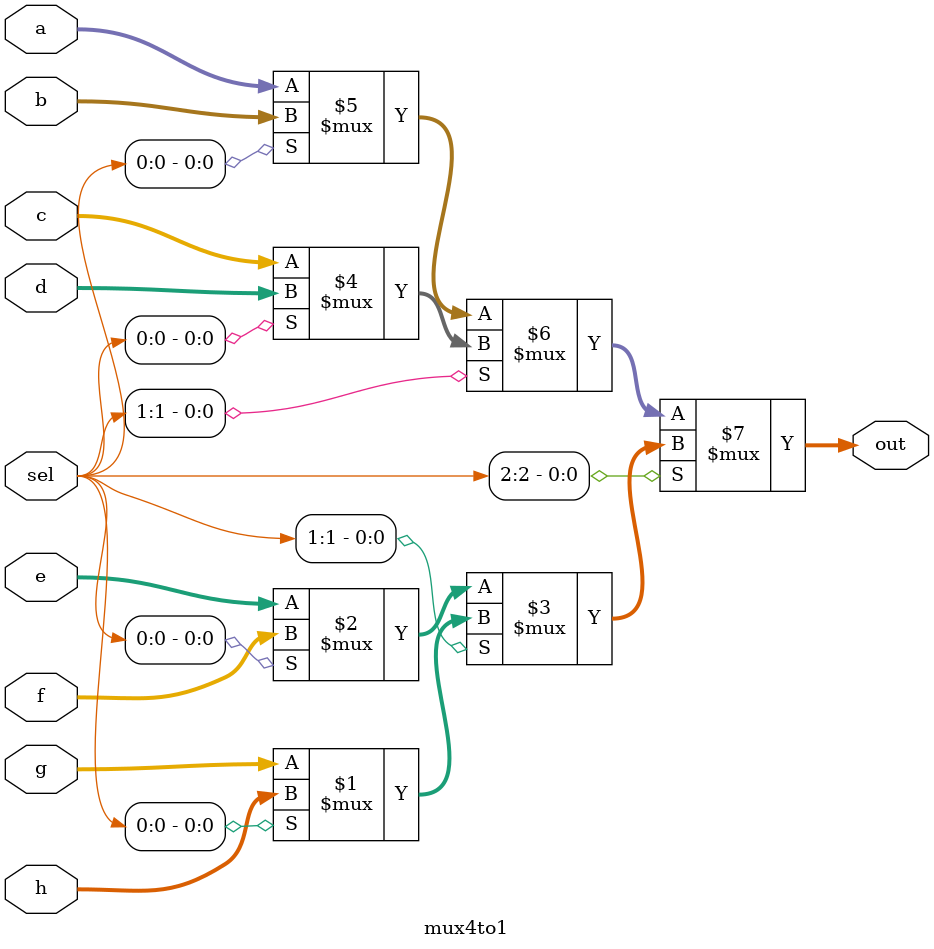
<source format=v>
module mux4to1(
    a,
    b,
    c,
    d,
    e,
    f,
    g,
    h,
    sel,
    out
);

parameter DATA_WIDTH = 32;
input   [DATA_WIDTH-1:0]    a;
input   [DATA_WIDTH-1:0]    b;
input   [DATA_WIDTH-1:0]    c;
input   [DATA_WIDTH-1:0]    d;
input   [DATA_WIDTH-1:0]    e;
input   [DATA_WIDTH-1:0]    f;
input   [DATA_WIDTH-1:0]    g;
input   [DATA_WIDTH-1:0]    h;
input   [2:0]               sel;

output    [DATA_WIDTH-1:0]  out;

assign out = sel[2] ? 
               (sel[1] ? 
                  (sel[0] ? h : g) : 
                  (sel[0] ? f : e))             
             : (sel[1] ? 
                  (sel[0] ? d : c) : 
                  (sel[0] ? b : a));

endmodule

</source>
